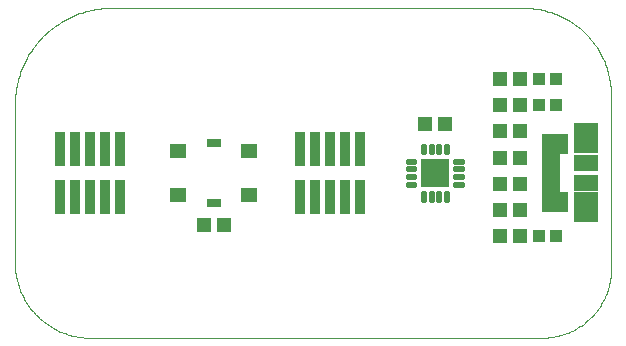
<source format=gts>
G75*
%MOIN*%
%OFA0B0*%
%FSLAX25Y25*%
%IPPOS*%
%LPD*%
%AMOC8*
5,1,8,0,0,1.08239X$1,22.5*
%
%ADD10C,0.00000*%
%ADD11R,0.03800X0.11800*%
%ADD12R,0.06233X0.02572*%
%ADD13R,0.09068X0.06607*%
%ADD14R,0.08280X0.10150*%
%ADD15R,0.08280X0.05426*%
%ADD16R,0.04737X0.05131*%
%ADD17R,0.05131X0.04737*%
%ADD18C,0.01829*%
%ADD19R,0.09265X0.09265*%
%ADD20R,0.03950X0.03950*%
%ADD21R,0.05524X0.04737*%
%ADD22R,0.05524X0.05131*%
%ADD23R,0.04737X0.02572*%
D10*
X0026500Y0001500D02*
X0177172Y0001500D01*
X0177728Y0001507D01*
X0178285Y0001527D01*
X0178840Y0001560D01*
X0179395Y0001608D01*
X0179948Y0001668D01*
X0180499Y0001742D01*
X0181049Y0001829D01*
X0181596Y0001929D01*
X0182141Y0002043D01*
X0182683Y0002169D01*
X0183222Y0002309D01*
X0183757Y0002462D01*
X0184288Y0002627D01*
X0184816Y0002805D01*
X0185338Y0002997D01*
X0185856Y0003200D01*
X0186369Y0003416D01*
X0186876Y0003645D01*
X0187378Y0003885D01*
X0187874Y0004138D01*
X0188364Y0004402D01*
X0188847Y0004679D01*
X0189323Y0004967D01*
X0189792Y0005266D01*
X0190254Y0005577D01*
X0190708Y0005898D01*
X0191154Y0006231D01*
X0191592Y0006574D01*
X0192022Y0006928D01*
X0192443Y0007292D01*
X0192855Y0007666D01*
X0193258Y0008049D01*
X0193652Y0008443D01*
X0194035Y0008846D01*
X0194409Y0009258D01*
X0194773Y0009679D01*
X0195127Y0010109D01*
X0195470Y0010547D01*
X0195803Y0010993D01*
X0196124Y0011447D01*
X0196435Y0011909D01*
X0196734Y0012378D01*
X0197022Y0012854D01*
X0197299Y0013337D01*
X0197563Y0013827D01*
X0197816Y0014323D01*
X0198056Y0014825D01*
X0198285Y0015332D01*
X0198501Y0015845D01*
X0198704Y0016363D01*
X0198896Y0016885D01*
X0199074Y0017413D01*
X0199239Y0017944D01*
X0199392Y0018479D01*
X0199532Y0019018D01*
X0199658Y0019560D01*
X0199772Y0020105D01*
X0199872Y0020652D01*
X0199959Y0021202D01*
X0200033Y0021753D01*
X0200093Y0022306D01*
X0200141Y0022861D01*
X0200174Y0023416D01*
X0200194Y0023973D01*
X0200201Y0024529D01*
X0200201Y0082276D01*
X0200192Y0082981D01*
X0200167Y0083686D01*
X0200124Y0084390D01*
X0200065Y0085093D01*
X0199988Y0085794D01*
X0199895Y0086493D01*
X0199784Y0087189D01*
X0199657Y0087883D01*
X0199513Y0088573D01*
X0199353Y0089260D01*
X0199176Y0089943D01*
X0198982Y0090621D01*
X0198773Y0091294D01*
X0198547Y0091962D01*
X0198305Y0092625D01*
X0198046Y0093281D01*
X0197773Y0093931D01*
X0197483Y0094574D01*
X0197178Y0095210D01*
X0196858Y0095838D01*
X0196523Y0096459D01*
X0196173Y0097071D01*
X0195808Y0097675D01*
X0195429Y0098269D01*
X0195035Y0098854D01*
X0194627Y0099430D01*
X0194206Y0099995D01*
X0193771Y0100551D01*
X0193323Y0101095D01*
X0192862Y0101629D01*
X0192388Y0102151D01*
X0191901Y0102661D01*
X0191402Y0103160D01*
X0190892Y0103647D01*
X0190370Y0104121D01*
X0189836Y0104582D01*
X0189292Y0105030D01*
X0188736Y0105465D01*
X0188171Y0105886D01*
X0187595Y0106294D01*
X0187010Y0106688D01*
X0186416Y0107067D01*
X0185812Y0107432D01*
X0185200Y0107782D01*
X0184579Y0108117D01*
X0183951Y0108437D01*
X0183315Y0108742D01*
X0182672Y0109032D01*
X0182022Y0109305D01*
X0181366Y0109564D01*
X0180703Y0109806D01*
X0180035Y0110032D01*
X0179362Y0110241D01*
X0178684Y0110435D01*
X0178001Y0110612D01*
X0177314Y0110772D01*
X0176624Y0110916D01*
X0175930Y0111043D01*
X0175234Y0111154D01*
X0174535Y0111247D01*
X0173834Y0111324D01*
X0173131Y0111383D01*
X0172427Y0111426D01*
X0171722Y0111451D01*
X0171017Y0111460D01*
X0171017Y0111461D02*
X0033692Y0111461D01*
X0032914Y0111452D01*
X0032137Y0111423D01*
X0031360Y0111376D01*
X0030585Y0111311D01*
X0029812Y0111226D01*
X0029041Y0111123D01*
X0028272Y0111001D01*
X0027507Y0110861D01*
X0026745Y0110703D01*
X0025988Y0110526D01*
X0025235Y0110330D01*
X0024487Y0110117D01*
X0023744Y0109885D01*
X0023007Y0109636D01*
X0022277Y0109369D01*
X0021553Y0109084D01*
X0020836Y0108782D01*
X0020126Y0108463D01*
X0019425Y0108127D01*
X0018732Y0107774D01*
X0018047Y0107404D01*
X0017372Y0107018D01*
X0016706Y0106615D01*
X0016050Y0106197D01*
X0015405Y0105762D01*
X0014770Y0105313D01*
X0014146Y0104848D01*
X0013534Y0104368D01*
X0012933Y0103874D01*
X0012345Y0103365D01*
X0011769Y0102842D01*
X0011206Y0102306D01*
X0010655Y0101755D01*
X0010119Y0101192D01*
X0009596Y0100616D01*
X0009087Y0100028D01*
X0008593Y0099427D01*
X0008113Y0098815D01*
X0007648Y0098191D01*
X0007199Y0097556D01*
X0006764Y0096911D01*
X0006346Y0096255D01*
X0005943Y0095589D01*
X0005557Y0094914D01*
X0005187Y0094229D01*
X0004834Y0093536D01*
X0004498Y0092835D01*
X0004179Y0092125D01*
X0003877Y0091408D01*
X0003592Y0090684D01*
X0003325Y0089954D01*
X0003076Y0089217D01*
X0002844Y0088474D01*
X0002631Y0087726D01*
X0002435Y0086973D01*
X0002258Y0086216D01*
X0002100Y0085454D01*
X0001960Y0084689D01*
X0001838Y0083920D01*
X0001735Y0083149D01*
X0001650Y0082376D01*
X0001585Y0081601D01*
X0001538Y0080824D01*
X0001509Y0080047D01*
X0001500Y0079269D01*
X0001500Y0026500D01*
X0001507Y0025896D01*
X0001529Y0025292D01*
X0001566Y0024689D01*
X0001617Y0024087D01*
X0001682Y0023487D01*
X0001762Y0022888D01*
X0001857Y0022291D01*
X0001966Y0021697D01*
X0002089Y0021105D01*
X0002226Y0020517D01*
X0002378Y0019932D01*
X0002544Y0019351D01*
X0002724Y0018775D01*
X0002917Y0018202D01*
X0003125Y0017635D01*
X0003346Y0017073D01*
X0003580Y0016516D01*
X0003828Y0015965D01*
X0004089Y0015420D01*
X0004364Y0014882D01*
X0004651Y0014350D01*
X0004951Y0013826D01*
X0005263Y0013309D01*
X0005588Y0012800D01*
X0005925Y0012298D01*
X0006275Y0011805D01*
X0006636Y0011321D01*
X0007008Y0010845D01*
X0007392Y0010379D01*
X0007787Y0009922D01*
X0008193Y0009475D01*
X0008610Y0009037D01*
X0009037Y0008610D01*
X0009475Y0008193D01*
X0009922Y0007787D01*
X0010379Y0007392D01*
X0010845Y0007008D01*
X0011321Y0006636D01*
X0011805Y0006275D01*
X0012298Y0005925D01*
X0012800Y0005588D01*
X0013309Y0005263D01*
X0013826Y0004951D01*
X0014350Y0004651D01*
X0014882Y0004364D01*
X0015420Y0004089D01*
X0015965Y0003828D01*
X0016516Y0003580D01*
X0017073Y0003346D01*
X0017635Y0003125D01*
X0018202Y0002917D01*
X0018775Y0002724D01*
X0019351Y0002544D01*
X0019932Y0002378D01*
X0020517Y0002226D01*
X0021105Y0002089D01*
X0021697Y0001966D01*
X0022291Y0001857D01*
X0022888Y0001762D01*
X0023487Y0001682D01*
X0024087Y0001617D01*
X0024689Y0001566D01*
X0025292Y0001529D01*
X0025896Y0001507D01*
X0026500Y0001500D01*
D11*
X0026500Y0048500D03*
X0021500Y0048500D03*
X0016500Y0048500D03*
X0031500Y0048500D03*
X0036500Y0048500D03*
X0036500Y0064500D03*
X0031500Y0064500D03*
X0026500Y0064500D03*
X0021500Y0064500D03*
X0016500Y0064500D03*
X0096500Y0064500D03*
X0101500Y0064500D03*
X0106500Y0064500D03*
X0111500Y0064500D03*
X0116500Y0064500D03*
X0116500Y0048500D03*
X0111500Y0048500D03*
X0106500Y0048500D03*
X0101500Y0048500D03*
X0096500Y0048500D03*
D12*
X0180250Y0051382D03*
X0180250Y0053941D03*
X0180250Y0056500D03*
X0180250Y0059059D03*
X0180250Y0061618D03*
D13*
X0181667Y0066195D03*
X0181667Y0046805D03*
D14*
X0192022Y0045033D03*
X0192022Y0067967D03*
D15*
X0192022Y0059797D03*
X0192022Y0053203D03*
D16*
X0169846Y0052750D03*
X0163154Y0052750D03*
X0163154Y0061500D03*
X0169846Y0061500D03*
X0169846Y0079000D03*
X0163154Y0079000D03*
X0163154Y0087750D03*
X0169846Y0087750D03*
X0169846Y0035250D03*
X0163154Y0035250D03*
X0071096Y0039000D03*
X0064404Y0039000D03*
D17*
X0138154Y0072750D03*
X0144846Y0072750D03*
X0163154Y0070250D03*
X0169846Y0070250D03*
X0169846Y0044000D03*
X0163154Y0044000D03*
D18*
X0150435Y0052836D02*
X0148313Y0052836D01*
X0150435Y0052836D02*
X0150435Y0052486D01*
X0148313Y0052486D01*
X0148313Y0052836D01*
X0148313Y0055395D02*
X0150435Y0055395D01*
X0150435Y0055045D01*
X0148313Y0055045D01*
X0148313Y0055395D01*
X0148313Y0057955D02*
X0150435Y0057955D01*
X0150435Y0057605D01*
X0148313Y0057605D01*
X0148313Y0057955D01*
X0148313Y0060514D02*
X0150435Y0060514D01*
X0150435Y0060164D01*
X0148313Y0060164D01*
X0148313Y0060514D01*
X0145164Y0063313D02*
X0145164Y0065435D01*
X0145514Y0065435D01*
X0145514Y0063313D01*
X0145164Y0063313D01*
X0145164Y0065051D02*
X0145514Y0065051D01*
X0142605Y0065435D02*
X0142605Y0063313D01*
X0142605Y0065435D02*
X0142955Y0065435D01*
X0142955Y0063313D01*
X0142605Y0063313D01*
X0142605Y0065051D02*
X0142955Y0065051D01*
X0140045Y0065435D02*
X0140045Y0063313D01*
X0140045Y0065435D02*
X0140395Y0065435D01*
X0140395Y0063313D01*
X0140045Y0063313D01*
X0140045Y0065051D02*
X0140395Y0065051D01*
X0137486Y0065435D02*
X0137486Y0063313D01*
X0137486Y0065435D02*
X0137836Y0065435D01*
X0137836Y0063313D01*
X0137486Y0063313D01*
X0137486Y0065051D02*
X0137836Y0065051D01*
X0134687Y0060164D02*
X0132565Y0060164D01*
X0132565Y0060514D01*
X0134687Y0060514D01*
X0134687Y0060164D01*
X0134687Y0057605D02*
X0132565Y0057605D01*
X0132565Y0057955D01*
X0134687Y0057955D01*
X0134687Y0057605D01*
X0134687Y0055045D02*
X0132565Y0055045D01*
X0132565Y0055395D01*
X0134687Y0055395D01*
X0134687Y0055045D01*
X0134687Y0052486D02*
X0132565Y0052486D01*
X0132565Y0052836D01*
X0134687Y0052836D01*
X0134687Y0052486D01*
X0137836Y0049687D02*
X0137836Y0047565D01*
X0137486Y0047565D01*
X0137486Y0049687D01*
X0137836Y0049687D01*
X0137836Y0049303D02*
X0137486Y0049303D01*
X0140395Y0049687D02*
X0140395Y0047565D01*
X0140045Y0047565D01*
X0140045Y0049687D01*
X0140395Y0049687D01*
X0140395Y0049303D02*
X0140045Y0049303D01*
X0142955Y0049687D02*
X0142955Y0047565D01*
X0142605Y0047565D01*
X0142605Y0049687D01*
X0142955Y0049687D01*
X0142955Y0049303D02*
X0142605Y0049303D01*
X0145514Y0049687D02*
X0145514Y0047565D01*
X0145164Y0047565D01*
X0145164Y0049687D01*
X0145514Y0049687D01*
X0145514Y0049303D02*
X0145164Y0049303D01*
D19*
X0141500Y0056500D03*
D20*
X0176047Y0035250D03*
X0181953Y0035250D03*
X0181953Y0079000D03*
X0176047Y0079000D03*
X0176047Y0087750D03*
X0181953Y0087750D03*
D21*
X0055939Y0049217D03*
D22*
X0079561Y0049217D03*
X0079561Y0063783D03*
X0055939Y0063783D03*
D23*
X0067750Y0066441D03*
X0067750Y0046559D03*
M02*

</source>
